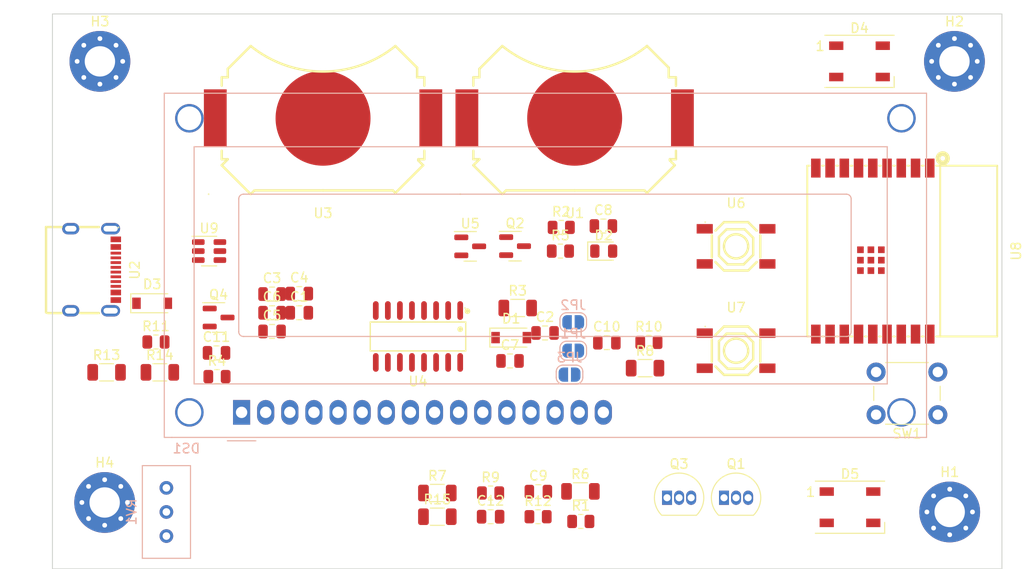
<source format=kicad_pcb>
(kicad_pcb (version 20211014) (generator pcbnew)
  (layers (0 "F.Cu" signal) (31 "B.Cu" signal) (34 "B.Paste" user) (35 "F.Paste" user) (36 "B.SilkS" user "B.Silkscreen") (37 "F.SilkS" user "F.Silkscreen") (38 "B.Mask" user) (39 "F.Mask" user) (44 "Edge.Cuts" user))
  (net 0 "")
  (net 1 "+BATT")
  (net 2 "GND")
  (net 3 "/VBUS")
  (net 4 "+3.3V")
  (net 5 "/D-")
  (net 6 "/D+")
  (net 7 "/GPIO9")
  (net 8 "/CHIP_PU")
  (net 9 "/VUSB")
  (net 10 "/GPIO4")
  (net 11 "Net-(C4-Pad1)")
  (net 12 "Net-(D4-Pad2)")
  (net 13 "Net-(D4-Pad4)")
  (net 15 "Net-(C6-Pad1)")
  (net 16 "Net-(C7-Pad1)")
  (net 21 "Net-(D2-Pad2)")
  (net 22 "Net-(JP3-Pad2)")
  (net 23 "/GPIO5")
  (net 29 "Net-(DS1-Pad11)")
  (net 30 "Net-(DS1-Pad3)")
  (net 31 "Net-(DS1-Pad4)")
  (net 32 "Net-(DS1-Pad6)")
  (net 33 "Net-(DS1-Pad12)")
  (net 34 "Net-(DS1-Pad13)")
  (net 35 "Net-(DS1-Pad14)")
  (net 36 "Net-(DS1-Pad15)")
  (net 37 "Net-(JP1-Pad2)")
  (net 38 "/RTS")
  (net 39 "Net-(Q1-Pad2)")
  (net 40 "/DTR")
  (net 41 "Net-(Q3-Pad2)")
  (net 42 "Net-(Q4-Pad1)")
  (net 43 "Net-(R2-Pad2)")
  (net 44 "Net-(R5-Pad2)")
  (net 45 "Net-(R9-Pad2)")
  (net 46 "/GPIO2")
  (net 47 "/GPIO8")
  (net 48 "Net-(U1-Pad2)")
  (net 53 "Net-(U4-Pad11)")
  (net 57 "/GPIO6")
  (net 58 "/GPIO7")
  (net 59 "/GPIO10")
  (net 60 "/RX")
  (net 61 "/TX")
  (net 62 "/GPIO3")
  (net 63 "/GPIO1")
  (net 64 "/GPIO0")
  (footprint "Package_TO_SOT_SMD:SOT-23" (layer "F.Cu") (at 37.5 52)
    (fp_text reference "Q4" (at 0 -2.4) (layer "F.SilkS"))
    (fp_text value "2N7002")
    (pad "1" smd roundrect (at -0.9375 -0.95) (size 1.475 0.6) (layers "F.Cu" "F.Paste" "F.Mask") (net 42 "Net-(Q4-Pad1)"))
    (pad "2" smd roundrect (at -0.9375 0.95) (size 1.475 0.6) (layers "F.Cu" "F.Paste" "F.Mask") (net 2 "GND"))
    (pad "3" smd roundrect (at 0.9375 0) (size 1.475 0.6) (layers "F.Cu" "F.Paste" "F.Mask") (net 13 "Net-(D4-Pad4)"))
  )
  (footprint "0_JLCPCB_Footprints:USB-C-SMD_TYPE-C-6PIN-2MD-073" (layer "F.Cu") (at 23 47 -90)
    (fp_text reference "U2" (at 0 -5.675006 90) (layer "F.SilkS"))
    (fp_text value "TYPE-C_16PIN_2MD(073)")
    (pad "" np_thru_hole circle locked (at 2.854064 -2.604902 270) (size 0.700025 0.700025) (drill 0.700025) (layers *.Cu *.Mask))
    (pad "" np_thru_hole circle locked (at -2.925972 -2.604902 270) (size 0.700025 0.700025) (drill 0.700025) (layers *.Cu *.Mask))
    (pad "1" smd rect locked (at -3.236106 -3.675006 270) (size 0.6 1.1) (layers "F.Cu" "F.Paste" "F.Mask") (net 2 "GND"))
    (pad "2" smd rect locked (at -2.436005 -3.675006 270) (size 0.6 1.1) (layers "F.Cu" "F.Paste" "F.Mask") (net 9 "/VUSB"))
    (pad "3" smd rect locked (at -1.786017 -3.675006 270) (size 0.3 1.1) (layers "F.Cu" "F.Paste" "F.Mask"))
    (pad "4" smd rect locked (at -1.28589 -3.675006 270) (size 0.3 1.1) (layers "F.Cu" "F.Paste" "F.Mask") (net 43 "Net-(R2-Pad2)"))
    (pad "5" smd rect locked (at -0.786017 -3.675006 270) (size 0.3 1.1) (layers "F.Cu" "F.Paste" "F.Mask") (net 5 "/D-"))
    (pad "6" smd rect locked (at -0.286144 -3.675006 270) (size 0.3 1.1) (layers "F.Cu" "F.Paste" "F.Mask") (net 6 "/D+"))
    (pad "7" smd rect locked (at 0.213983 -3.675006 270) (size 0.3 1.1) (layers "F.Cu" "F.Paste" "F.Mask") (net 5 "/D-"))
    (pad "8" smd rect locked (at 0.713856 -3.675006 270) (size 0.3 1.1) (layers "F.Cu" "F.Paste" "F.Mask") (net 6 "/D+"))
    (pad "9" smd rect locked (at 1.213983 -3.675006 270) (size 0.3 1.1) (layers "F.Cu" "F.Paste" "F.Mask"))
    (pad "10" smd rect locked (at 1.71411 -3.675006 270) (size 0.3 1.1) (layers "F.Cu" "F.Paste" "F.Mask") (net 44 "Net-(R5-Pad2)"))
    (pad "11" smd rect locked (at 2.364097 -3.675006 270) (size 0.6 1.1) (layers "F.Cu" "F.Paste" "F.Mask") (net 9 "/VUSB"))
    (pad "12" smd rect locked (at 3.163945 -3.675006 270) (size 0.6 1.1) (layers "F.Cu" "F.Paste" "F.Mask") (net 2 "GND"))
    (pad "13" thru_hole oval locked (at -4.361074 1.075057 270) (size 1.2 1.8) (drill oval 0.6 1.2) (layers *.Cu *.Mask) (net 11 "Net-(C4-Pad1)"))
    (pad "13" thru_hole oval locked (at -4.361074 -3.125095 270) (size 1.2 2) (drill oval 0.6 1.5) (layers *.Cu *.Mask) (net 11 "Net-(C4-Pad1)"))
    (pad "14" thru_hole oval locked (at 4.288913 -3.125095 270) (size 1.2 2) (drill oval 0.6 1.5) (layers *.Cu *.Mask) (net 11 "Net-(C4-Pad1)"))
    (pad "14" thru_hole oval locked (at 4.288913 1.075057 270) (size 1.2 1.8) (drill oval 0.6 1.2) (layers *.Cu *.Mask) (net 11 "Net-(C4-Pad1)"))
  )
  (footprint "0_JLCPCB_Footprints:BAT-SMD_MY-2032-12" (layer "F.Cu") (at 75 31.1905 180)
    (fp_text reference "U1" (at 0 -9.810516) (layer "F.SilkS"))
    (fp_text value "MY-2032-12")
    (pad "1" smd rect locked (at -11.350013 0.1905 180) (size 2.4 6.1) (layers "F.Cu" "F.Paste" "F.Mask") (net 1 "+BATT"))
    (pad "1" smd rect locked (at 11.350013 0.1905 180) (size 2.4 6.1) (layers "F.Cu" "F.Paste" "F.Mask") (net 1 "+BATT"))
    (pad "2" smd circle locked (at 0 0.1905 180) (size 10.000025 10.000025) (layers "F.Cu" "F.Paste" "F.Mask") (net 48 "Net-(U1-Pad2)"))
  )
  (footprint "Capacitor_SMD:C_0805_2012Metric" (layer "F.Cu") (at 78.39 54.65)
    (fp_text reference "C10" (at 0 -1.68) (layer "F.SilkS"))
    (fp_text value "0.1u")
    (pad "1" smd roundrect (at -0.95 0) (size 1 1.45) (layers "F.Cu" "F.Paste" "F.Mask") (net 8 "/CHIP_PU"))
    (pad "2" smd roundrect (at 0.95 0) (size 1 1.45) (layers "F.Cu" "F.Paste" "F.Mask") (net 2 "GND"))
  )
  (footprint "Capacitor_SMD:C_0805_2012Metric" (layer "F.Cu") (at 43.13 49.53)
    (fp_text reference "C3" (at 0 -1.68) (layer "F.SilkS"))
    (fp_text value "0.1u")
    (pad "1" smd roundrect (at -0.95 0) (size 1 1.45) (layers "F.Cu" "F.Paste" "F.Mask") (net 2 "GND"))
    (pad "2" smd roundrect (at 0.95 0) (size 1 1.45) (layers "F.Cu" "F.Paste" "F.Mask") (net 5 "/D-"))
  )
  (footprint "Package_TO_SOT_SMD:SOT-23" (layer "F.Cu") (at 64 44.5)
    (fp_text reference "U5" (at 0 -2.4) (layer "F.SilkS"))
    (fp_text value "XC6206P332MR")
    (pad "1" smd roundrect (at -0.9375 -0.95) (size 1.475 0.6) (layers "F.Cu" "F.Paste" "F.Mask") (net 2 "GND"))
    (pad "2" smd roundrect (at -0.9375 0.95) (size 1.475 0.6) (layers "F.Cu" "F.Paste" "F.Mask") (net 4 "+3.3V"))
    (pad "3" smd roundrect (at 0.9375 0) (size 1.475 0.6) (layers "F.Cu" "F.Paste" "F.Mask") (net 15 "Net-(C6-Pad1)"))
  )
  (footprint "Resistor_SMD:R_0805_2012Metric" (layer "F.Cu") (at 73.5875 42.5)
    (fp_text reference "R2" (at 0 -1.65) (layer "F.SilkS"))
    (fp_text value "5.1k")
    (pad "1" smd roundrect (at -0.9125 0) (size 1.025 1.4) (layers "F.Cu" "F.Paste" "F.Mask") (roundrect_rratio 0.243902439) (net 2 "GND"))
    (pad "2" smd roundrect (at 0.9125 0) (size 1.025 1.4) (layers "F.Cu" "F.Paste" "F.Mask") (roundrect_rratio 0.243902439) (net 43 "Net-(R2-Pad2)"))
  )
  (footprint "MountingHole:MountingHole_3.2mm_M3_Pad_Via" (layer "F.Cu") (at 25 25)
    (fp_text reference "H3" (at 0 -4.2) (layer "F.SilkS"))
    (fp_text value "MountingHole_Pad")
    (pad "1" thru_hole circle (at 0 -2.4) (size 0.8 0.8) (drill 0.5) (layers *.Cu *.Mask) (net 2 "GND"))
    (pad "1" thru_hole circle (at 1.697056 -1.697056) (size 0.8 0.8) (drill 0.5) (layers *.Cu *.Mask) (net 2 "GND"))
    (pad "1" thru_hole circle (at 0 0) (size 6.4 6.4) (drill 3.2) (layers *.Cu *.Mask) (net 2 "GND"))
    (pad "1" thru_hole circle (at -1.697056 -1.697056) (size 0.8 0.8) (drill 0.5) (layers *.Cu *.Mask) (net 2 "GND"))
    (pad "1" thru_hole circle (at 2.4 0) (size 0.8 0.8) (drill 0.5) (layers *.Cu *.Mask) (net 2 "GND"))
    (pad "1" thru_hole circle (at -2.4 0) (size 0.8 0.8) (drill 0.5) (layers *.Cu *.Mask) (net 2 "GND"))
    (pad "1" thru_hole circle (at -1.697056 1.697056) (size 0.8 0.8) (drill 0.5) (layers *.Cu *.Mask) (net 2 "GND"))
    (pad "1" thru_hole circle (at 1.697056 1.697056) (size 0.8 0.8) (drill 0.5) (layers *.Cu *.Mask) (net 2 "GND"))
    (pad "1" thru_hole circle (at 0 2.4) (size 0.8 0.8) (drill 0.5) (layers *.Cu *.Mask) (net 2 "GND"))
  )
  (footprint "Resistor_SMD:R_0805_2012Metric" (layer "F.Cu") (at 37.33 58.23)
    (fp_text reference "R4" (at 0 -1.65) (layer "F.SilkS"))
    (fp_text value "220R")
    (pad "1" smd roundrect (at -0.9125 0) (size 1.025 1.4) (layers "F.Cu" "F.Paste" "F.Mask") (roundrect_rratio 0.243902439) (net 3 "/VBUS"))
    (pad "2" smd roundrect (at 0.9125 0) (size 1.025 1.4) (layers "F.Cu" "F.Paste" "F.Mask") (roundrect_rratio 0.243902439) (net 36 "Net-(DS1-Pad15)"))
  )
  (footprint "Capacitor_SMD:C_0805_2012Metric" (layer "F.Cu") (at 71.88 53.63)
    (fp_text reference "C2" (at 0 -1.68) (layer "F.SilkS"))
    (fp_text value "0.1u")
    (pad "1" smd roundrect (at -0.95 0) (size 1 1.45) (layers "F.Cu" "F.Paste" "F.Mask") (net 2 "GND"))
    (pad "2" smd roundrect (at 0.95 0) (size 1 1.45) (layers "F.Cu" "F.Paste" "F.Mask") (net 6 "/D+"))
  )
  (footprint "0_JLCPCB_Footprints:SOIC-16_L9.9-W3.9-P1.27-LS6.0-BL" (layer "F.Cu") (at 58.5 54 180)
    (fp_text reference "U4" (at 0 -4.735585 180) (layer "F.SilkS"))
    (fp_text value "74HC595")
    (pad "1" smd oval locked (at -4.445009 2.735585 180) (size 0.602007 1.970993) (layers "F.Cu" "F.Paste" "F.Mask") (net 31 "Net-(DS1-Pad4)"))
    (pad "2" smd oval locked (at -3.175006 2.735585 180) (size 0.602007 1.970993) (layers "F.Cu" "F.Paste" "F.Mask"))
    (pad "3" smd oval locked (at -1.905004 2.735585 180) (size 0.602007 1.970993) (layers "F.Cu" "F.Paste" "F.Mask") (net 32 "Net-(DS1-Pad6)"))
    (pad "4" smd oval locked (at -0.635001 2.735585 180) (size 0.602007 1.970993) (layers "F.Cu" "F.Paste" "F.Mask") (net 29 "Net-(DS1-Pad11)"))
    (pad "5" smd oval locked (at 0.635001 2.735585 180) (size 0.602007 1.970993) (layers "F.Cu" "F.Paste" "F.Mask") (net 33 "Net-(DS1-Pad12)"))
    (pad "6" smd oval locked (at 1.905004 2.735585 180) (size 0.602007 1.970993) (layers "F.Cu" "F.Paste" "F.Mask") (net 34 "Net-(DS1-Pad13)"))
    (pad "7" smd oval locked (at 3.175006 2.735585 180) (size 0.602007 1.970993) (layers "F.Cu" "F.Paste" "F.Mask") (net 35 "Net-(DS1-Pad14)"))
    (pad "8" smd oval locked (at 4.445009 2.735585 180) (size 0.602007 1.970993) (layers "F.Cu" "F.Paste" "F.Mask") (net 2 "GND"))
    (pad "9" smd oval locked (at 4.445009 -2.735585 180) (size 0.602007 1.970993) (layers "F.Cu" "F.Paste" "F.Mask"))
    (pad "10" smd oval locked (at 3.175006 -2.735585 180) (size 0.602007 1.970993) (layers "F.Cu" "F.Paste" "F.Mask") (net 2 "GND"))
    (pad "11" smd oval locked (at 1.905004 -2.735585 180) (size 0.602007 1.970993) (layers "F.Cu" "F.Paste" "F.Mask") (net 53 "Net-(U4-Pad11)"))
    (pad "12" smd oval locked (at 0.635001 -2.735585 180) (size 0.602007 1.970993) (layers "F.Cu" "F.Paste" "F.Mask") (net 53 "Net-(U4-Pad11)"))
    (pad "13" smd oval locked (at -0.635001 -2.735585 180) (size 0.602007 1.970993) (layers "F.Cu" "F.Paste" "F.Mask") (net 2 "GND"))
    (pad "14" smd oval locked (at -1.905004 -2.735585 180) (size 0.602007 1.970993) (layers "F.Cu" "F.Paste" "F.Mask"))
    (pad "15" smd oval locked (at -3.175006 -2.735585 180) (size 0.602007 1.970993) (layers "F.Cu" "F.Paste" "F.Mask"))
    (pad "16" smd oval locked (at -4.445009 -2.735585 180) (size 0.602007 1.970993) (layers "F.Cu" "F.Paste" "F.Mask") (net 3 "/VBUS"))
  )
  (footprint "Resistor_SMD:R_1206_3216Metric" (layer "F.Cu") (at 82.4125 57.34)
    (fp_text reference "R8" (at 0 -1.82) (layer "F.SilkS"))
    (fp_text value "10k")
    (pad "1" smd roundrect (at -1.4625 0) (size 1.125 1.75) (layers "F.Cu" "F.Paste" "F.Mask") (roundrect_rratio 0.2222222222) (net 41 "Net-(Q3-Pad2)"))
    (pad "2" smd roundrect (at 1.4625 0) (size 1.125 1.75) (layers "F.Cu" "F.Paste" "F.Mask") (roundrect_rratio 0.2222222222) (net 38 "/RTS"))
  )
  (footprint "Package_TO_SOT_SMD:SOT-23-6" (layer "F.Cu") (at 36.5 45)
    (fp_text reference "U9" (at 0 -2.4) (layer "F.SilkS"))
    (fp_text value "SRV05-4-P-T7")
    (pad "1" smd roundrect (at -1.1375 -0.95) (size 1.325 0.6) (layers "F.Cu" "F.Paste" "F.Mask") (net 6 "/D+"))
    (pad "2" smd roundrect (at -1.1375 0) (size 1.325 0.6) (layers "F.Cu" "F.Paste" "F.Mask") (net 2 "GND"))
    (pad "3" smd roundrect (at -1.1375 0.95) (size 1.325 0.6) (layers "F.Cu" "F.Paste" "F.Mask") (net 5 "/D-"))
    (pad "4" smd roundrect (at 1.1375 0.95) (size 1.325 0.6) (layers "F.Cu" "F.Paste" "F.Mask"))
    (pad "5" smd roundrect (at 1.1375 0) (size 1.325 0.6) (layers "F.Cu" "F.Paste" "F.Mask") (net 9 "/VUSB"))
    (pad "6" smd roundrect (at 1.1375 -0.95) (size 1.325 0.6) (layers "F.Cu" "F.Paste" "F.Mask"))
  )
  (footprint "Package_TO_SOT_SMD:SOT-23" (layer "F.Cu") (at 68.7225 44.48)
    (fp_text reference "Q2" (at 0 -2.4) (layer "F.SilkS"))
    (fp_text value "AO3401A")
    (pad "1" smd roundrect (at -0.9375 -0.95) (size 1.475 0.6) (layers "F.Cu" "F.Paste" "F.Mask") (net 16 "Net-(C7-Pad1)"))
    (pad "2" smd roundrect (at -0.9375 0.95) (size 1.475 0.6) (layers "F.Cu" "F.Paste" "F.Mask") (net 3 "/VBUS"))
    (pad "3" smd roundrect (at 0.9375 0) (size 1.475 0.6) (layers "F.Cu" "F.Paste" "F.Mask") (net 15 "Net-(C6-Pad1)"))
  )
  (footprint "Capacitor_SMD:C_0805_2012Metric" (layer "F.Cu") (at 68.19 56.58)
    (fp_text reference "C7" (at 0 -1.68) (layer "F.SilkS"))
    (fp_text value "1u")
    (pad "1" smd roundrect (at -0.95 0) (size 1 1.45) (layers "F.Cu" "F.Paste" "F.Mask") (net 16 "Net-(C7-Pad1)"))
    (pad "2" smd roundrect (at 0.95 0) (size 1 1.45) (layers "F.Cu" "F.Paste" "F.Mask") (net 2 "GND"))
  )
  (footprint "Resistor_SMD:R_0805_2012Metric" (layer "F.Cu") (at 71.1475 73)
    (fp_text reference "R12" (at 0 -1.65) (layer "F.SilkS"))
    (fp_text value "5.1k")
    (pad "1" smd roundrect (at -0.9125 0) (size 1.025 1.4) (layers "F.Cu" "F.Paste" "F.Mask") (roundrect_rratio 0.243902439) (net 3 "/VBUS"))
    (pad "2" smd roundrect (at 0.9125 0) (size 1.025 1.4) (layers "F.Cu" "F.Paste" "F.Mask") (roundrect_rratio 0.243902439) (net 13 "Net-(D4-Pad4)"))
  )
  (footprint "0_JLCPCB_Footprints:BULETM-SMD_ESPRESSIF_ESP32-C3-WROOM-02-N4-4MB" (layer "F.Cu") (at 109.5 45 -90)
    (fp_text reference "U8" (at 0 -12.000025 90) (layer "F.SilkS"))
    (fp_text value "ESP32-C3-WROOM-02-N4(4MB)")
    (pad "1" smd rect locked (at -8.750064 -2.899898 270) (size 2 1) (layers "F.Cu" "F.Paste" "F.Mask") (net 4 "+3.3V"))
    (pad "2" smd rect locked (at -8.750064 -1.400025 270) (size 2 1) (layers "F.Cu" "F.Paste" "F.Mask") (net 8 "/CHIP_PU"))
    (pad "3" smd rect locked (at -8.750064 0.100102 270) (size 2 1) (layers "F.Cu" "F.Paste" "F.Mask") (net 10 "/GPIO4"))
    (pad "4" smd rect locked (at -8.750064 1.599975 270) (size 2 1) (layers "F.Cu" "F.Paste" "F.Mask") (net 23 "/GPIO5"))
    (pad "5" smd rect locked (at -8.750064 3.100102 270) (size 2 1) (layers "F.Cu" "F.Paste" "F.Mask") (net 57 "/GPIO6"))
    (pad "6" smd rect locked (at -8.750064 4.599975 270) (size 2 1) (layers "F.Cu" "F.Paste" "F.Mask") (net 58 "/GPIO7"))
    (pad "7" smd rect locked (at -8.750064 6.100102 270) (size 2 1) (layers "F.Cu" "F.Paste" "F.Mask") (net 47 "/GPIO8"))
    (pad "8" smd rect locked (at -8.750064 7.599975 270) (size 2 1) (layers "F.Cu" "F.Paste" "F.Mask") (net 7 "/GPIO9"))
    (pad "9" smd rect locked (at -8.750064 9.100102 270) (size 2 1) (layers "F.Cu" "F.Paste" "F.Mask") (net 2 "GND"))
    (pad "10" smd rect locked (at 8.750064 9.100102 270) (size 2 1) (layers "F.Cu" "F.Paste" "F.Mask") (net 59 "/GPIO10"))
    (pad "11" smd rect locked (at 8.750064 7.599975 270) (size 2 1) (layers "F.Cu" "F.Paste" "F.Mask") (net 60 "/RX"))
    (pad "12" smd rect locked (at 8.750064 6.100102 270) (size 2 1) (layers "F.Cu" "F.Paste" "F.Mask") (net 61 "/TX"))
    (pad "13" smd rect locked (at 8.750064 4.599975 270) (size 2 1) (layers "F.Cu" "F.Paste" "F.Mask") (net 5 "/D-"))
    (pad "14" smd rect locked (at 8.750064 3.100102 270) (size 2 1) (layers "F.Cu" "F.Paste" "F.Mask") (net 6 "/D+"))
    (pad "15" smd rect locked (at 8.750064 1.599975 270) (size 2 1) (layers "F.Cu" "F.Paste" "F.Mask") (net 62 "/GPIO3"))
    (pad "16" smd rect locked (at 8.750064 0.100102 270) (size 2 1) (layers "F.Cu" "F.Paste" "F.Mask") (net 46 "/GPIO2"))
    (pad "17" smd rect locked (at 8.750064 -1.400025 270) (size 2 1) (layers "F.Cu" "F.Paste" "F.Mask") (net 63 "/GPIO1"))
    (pad "18" smd rect locked (at 8.750064 -2.899898 270) (size 2 1) (layers "F.Cu" "F.Paste" "F.Mask") (net 64 "/GPIO0"))
    (pad "19" smd rect locked (at 0.959868 4.400076 270) (size 0.7 0.7) (layers "F.Cu" "F.Paste" "F.Mask") (net 2 "GND"))
    (pad "19" smd rect locked (at 2.059944 4.400076 270) (size 0.7 0.7) (layers "F.Cu" "F.Paste" "F.Mask") (net 2 "GND"))
    (pad "19" smd rect locked (at -0.139954 4.400076 270) (size 0.7 0.7) (layers "F.Cu" "F.Paste" "F.Mask") (net 2 "GND"))
    (pad "19" smd rect locked (at -0.139954 3.3 270) (size 0.7 0.7) (layers "F.Cu" "F.Paste" "F.Mask") (net 2 "GND"))
    (pad "19" smd rect locked (at 2.059944 2.199924 270) (size 0.7 0.7) (layers "F.Cu" "F.Paste" "F.Mask") (net 2 "GND"))
    (pad "19" smd rect locked (at 0.959868 2.199924 270) (size 0.7 0.7) (layers "F.Cu" "F.Paste" "F.Mask") (net 2 "GND"))
    (pad "19" smd rect locked (at 2.059944 3.3 270) (size 0.7 0.7) (layers "F.Cu" "F.Paste" "F.Mask") (net 2 "GND"))
    (pad "19" smd rect locked (at -0.139954 2.199924 270) (size 0.7 0.7) (layers "F.Cu" "F.Paste" "F.Mask") (net 2 "GND"))
    (pad "19" smd rect locked (at 0.959868 3.3 270) (size 0.7 0.7) (layers "F.Cu" "F.Paste" "F.Mask") (net 2 "GND"))
  )
  (footprint "Button_Switch_THT:SW_PUSH_6mm" (layer "F.Cu") (at 113.25 62.25 180)
    (fp_text reference "SW1" (at 3.25 -2) (layer "F.SilkS"))
    (fp_text value "SW_Push")
    (pad "1" thru_hole circle (at 0 0 270) (size 2 2) (drill 1.1) (layers *.Cu *.Mask) (net 2 "GND"))
    (pad "1" thru_hole circle (at 6.5 0 270) (size 2 2) (drill 1.1) (layers *.Cu *.Mask) (net 2 "GND"))
    (pad "2" thru_hole circle (at 0 4.5 270) (size 2 2) (drill 1.1) (layers *.Cu *.Mask) (net 45 "Net-(R9-Pad2)"))
    (pad "2" thru_hole circle (at 6.5 4.5 270) (size 2 2) (drill 1.1) (layers *.Cu *.Mask) (net 45 "Net-(R9-Pad2)"))
  )
  (footprint "Diode_SMD:D_SOD-123" (layer "F.Cu") (at 68.32 54.12)
    (fp_text reference "D1" (at 0 -2) (layer "F.SilkS"))
    (fp_text value "B5819W")
    (pad "1" smd rect (at -1.65 0) (size 0.9 1.2) (layers "F.Cu" "F.Paste" "F.Mask") (net 3 "/VBUS"))
    (pad "2" smd rect (at 1.65 0) (size 0.9 1.2) (layers "F.Cu" "F.Paste" "F.Mask") (net 1 "+BATT"))
  )
  (footprint "Package_TO_SOT_THT:TO-92_Inline" (layer "F.Cu") (at 90.73 71)
    (fp_text reference "Q1" (at 1.27 -3.56) (layer "F.SilkS"))
    (fp_text value "S8050")
    (pad "1" thru_hole rect (at 0 0) (size 1.05 1.5) (drill 0.75) (layers *.Cu *.Mask) (net 38 "/RTS"))
    (pad "2" thru_hole oval (at 1.27 0) (size 1.05 1.5) (drill 0.75) (layers *.Cu *.Mask) (net 39 "Net-(Q1-Pad2)"))
    (pad "3" thru_hole oval (at 2.54 0) (size 1.05 1.5) (drill 0.75) (layers *.Cu *.Mask) (net 8 "/CHIP_PU"))
  )
  (footprint "Capacitor_SMD:C_0805_2012Metric" (layer "F.Cu") (at 46 49.48)
    (fp_text reference "C4" (at 0 -1.68) (layer "F.SilkS"))
    (fp_text value "4.7n")
    (pad "1" smd roundrect (at -0.95 0) (size 1 1.45) (layers "F.Cu" "F.Paste" "F.Mask") (net 11 "Net-(C4-Pad1)"))
    (pad "2" smd roundrect (at 0.95 0) (size 1 1.45) (layers "F.Cu" "F.Paste" "F.Mask") (net 2 "GND"))
  )
  (footprint "Package_TO_SOT_THT:TO-92_Inline" (layer "F.Cu") (at 84.73 71)
    (fp_text reference "Q3" (at 1.27 -3.56) (layer "F.SilkS"))
    (fp_text value "S8050")
    (pad "1" thru_hole rect (at 0 0) (size 1.05 1.5) (drill 0.75) (layers *.Cu *.Mask) (net 40 "/DTR"))
    (pad "2" thru_hole oval (at 1.27 0) (size 1.05 1.5) (drill 0.75) (layers *.Cu *.Mask) (net 41 "Net-(Q3-Pad2)"))
    (pad "3" thru_hole oval (at 2.54 0) (size 1.05 1.5) (drill 0.75) (layers *.Cu *.Mask) (net 7 "/GPIO9"))
  )
  (footprint "Capacitor_SMD:C_0805_2012Metric" (layer "F.Cu") (at 43.13 53.47)
    (fp_text reference "C5" (at 0 -1.68) (layer "F.SilkS"))
    (fp_text value "0.1u")
    (pad "1" smd roundrect (at -0.95 0) (size 1 1.45) (layers "F.Cu" "F.Paste" "F.Mask") (net 3 "/VBUS"))
    (pad "2" smd roundrect (at 0.95 0) (size 1 1.45) (layers "F.Cu" "F.Paste" "F.Mask") (net 2 "GND"))
  )
  (footprint "Capacitor_SMD:C_0805_2012Metric" (layer "F.Cu") (at 43.13 51.5)
    (fp_text reference "C6" (at 0 -1.68) (layer "F.SilkS"))
    (fp_text value "1u")
    (pad "1" smd roundrect (at -0.95 0) (size 1 1.45) (layers "F.Cu" "F.Paste" "F.Mask") (net 15 "Net-(C6-Pad1)"))
    (pad "2" smd roundrect (at 0.95 0) (size 1 1.45) (layers "F.Cu" "F.Paste" "F.Mask") (net 2 "GND"))
  )
  (footprint "MountingHole:MountingHole_3.2mm_M3_Pad_Via" (layer "F.Cu") (at 114.5 72.5)
    (fp_text reference "H1" (at 0 -4.2) (layer "F.SilkS"))
    (fp_text value "MountingHole_Pad")
    (pad "1" thru_hole circle (at -2.4 0) (size 0.8 0.8) (drill 0.5) (layers *.Cu *.Mask) (net 2 "GND"))
    (pad "1" thru_hole circle (at 2.4 0) (size 0.8 0.8) (drill 0.5) (layers *.Cu *.Mask) (net 2 "GND"))
    (pad "1" thru_hole circle (at 0 -2.4) (size 0.8 0.8) (drill 0.5) (layers *.Cu *.Mask) (net 2 "GND"))
    (pad "1" thru_hole circle (at 1.697056 1.697056) (size 0.8 0.8) (drill 0.5) (layers *.Cu *.Mask) (net 2 "GND"))
    (pad "1" thru_hole circle (at 1.697056 -1.697056) (size 0.8 0.8) (drill 0.5) (layers *.Cu *.Mask) (net 2 "GND"))
    (pad "1" thru_hole circle (at -1.697056 1.697056) (size 0.8 0.8) (drill 0.5) (layers *.Cu *.Mask) (net 2 "GND"))
    (pad "1" thru_hole circle (at -1.697056 -1.697056) (size 0.8 0.8) (drill 0.5) (layers *.Cu *.Mask) (net 2 "GND"))
    (pad "1" thru_hole circle (at 0 0) (size 6.4 6.4) (drill 3.2) (layers *.Cu *.Mask) (net 2 "GND"))
    (pad "1" thru_hole circle (at 0 2.4) (size 0.8 0.8) (drill 0.5) (layers *.Cu *.Mask) (net 2 "GND"))
  )
  (footprint "Diode_SMD:D_SOD-123" (layer "F.Cu") (at 30.5 50.5)
    (fp_text reference "D3" (at 0 -2) (layer "F.SilkS"))
    (fp_text value "B5819W")
    (pad "1" smd rect (at -1.65 0) (size 0.9 1.2) (layers "F.Cu" "F.Paste" "F.Mask") (net 3 "/VBUS"))
    (pad "2" smd rect (at 1.65 0) (size 0.9 1.2) (layers "F.Cu" "F.Paste" "F.Mask") (net 9 "/VUSB"))
  )
  (footprint "LED_SMD:LED_0805_2012Metric" (layer "F.Cu") (at 78.0625 45)
    (fp_text reference "D2" (at 0 -1.65) (layer "F.SilkS"))
    (fp_text value "LED")
    (pad "1" smd roundrect (at -0.9375 0) (size 0.975 1.4) (layers "F.Cu" "F.Paste" "F.Mask") (net 2 "GND"))
    (pad "2" smd roundrect (at 0.9375 0) (size 0.975 1.4) (layers "F.Cu" "F.Paste" "F.Mask") (net 21 "Net-(D2-Pad2)"))
  )
  (footprint "Resistor_SMD:R_0805_2012Metric" (layer "F.Cu") (at 82.82 54.62)
    (fp_text reference "R10" (at 0 -1.65) (layer "F.SilkS"))
    (fp_text value "1k")
    (pad "1" smd roundrect (at -0.9125 0) (size 1.025 1.4) (layers "F.Cu" "F.Paste" "F.Mask") (roundrect_rratio 0.243902439) (net 16 "Net-(C7-Pad1)"))
    (pad "2" smd roundrect (at 0.9125 0) (size 1.025 1.4) (layers "F.Cu" "F.Paste" "F.Mask") (roundrect_rratio 0.243902439) (net 22 "Net-(JP3-Pad2)"))
  )
  (footprint "0_JLCPCB_Footprints:SW-SMD_4P-L5.1-W5.1-P3.70-LS6.5-TL-2" (layer "F.Cu") (at 92 55.5)
    (fp_text reference "U7" (at 0 -4.550165) (layer "F.SilkS"))
    (fp_text value "TS-1187A-B-A-B")
    (pad "1" smd rect locked (at -3.299975 -1.850191) (size 1.7 1) (layers "F.Cu" "F.Paste" "F.Mask") (net 8 "/CHIP_PU"))
    (pad "2" smd rect locked (at 3.299975 -1.850216) (size 1.7 1) (layers "F.Cu" "F.Paste" "F.Mask"))
    (pad "3" smd rect locked (at -3.299975 1.850216) (size 1.7 1) (layers "F.Cu" "F.Paste" "F.Mask"))
    (pad "4" smd rect locked (at 3.299975 1.850191) (size 1.7 1) (layers "F.Cu" "F.Paste" "F.Mask") (net 2 "GND"))
  )
  (footprint "Resistor_SMD:R_1206_3216Metric" (layer "F.Cu") (at 25.7025 57.78)
    (fp_text reference "R13" (at 0 -1.82) (layer "F.SilkS"))
    (fp_text value "10k")
    (pad "1" smd roundrect (at -1.4625 0) (size 1.125 1.75) (layers "F.Cu" "F.Paste" "F.Mask") (roundrect_rratio 0.2222222222) (net 8 "/CHIP_PU"))
    (pad "2" smd roundrect (at 1.4625 0) (size 1.125 1.75) (layers "F.Cu" "F.Paste" "F.Mask") (roundrect_rratio 0.2222222222) (net 4 "+3.3V"))
  )
  (footprint "LED_SMD:LED_WS2812B_PLCC4_5.0x5.0mm_P3.2mm" (layer "F.Cu") (at 104 72)
    (fp_text reference "D5" (at 0 -3.5) (layer "F.SilkS"))
    (fp_text value "WS2812B")
    (fp_text user "1" (at -4.15 -1.6) (layer "F.SilkS"))
    (pad "1" smd rect (at -2.45 -1.65) (size 1.5 0.9) (layers "F.Cu" "F.Paste" "F.Mask") (net 3 "/VBUS"))
    (pad "2" smd rect (at -2.45 1.65) (size 1.5 0.9) (layers "F.Cu" "F.Paste" "F.Mask"))
    (pad "3" smd rect (at 2.45 1.65) (size 1.5 0.9) (layers "F.Cu" "F.Paste" "F.Mask") (net 2 "GND"))
    (pad "4" smd rect (at 2.45 -1.65) (size 1.5 0.9) (layers "F.Cu" "F.Paste" "F.Mask") (net 12 "Net-(D4-Pad2)"))
  )
  (footprint "Resistor_SMD:R_0805_2012Metric" (layer "F.Cu") (at 73.5 45)
    (fp_text reference "R5" (at 0 -1.65) (layer "F.SilkS"))
    (fp_text value "5.1k")
    (pad "1" smd roundrect (at -0.9125 0) (size 1.025 1.4) (layers "F.Cu" "F.Paste" "F.Mask") (roundrect_rratio 0.243902439) (net 2 "GND"))
    (pad "2" smd roundrect (at 0.9125 0) (size 1.025 1.4) (layers "F.Cu" "F.Paste" "F.Mask") (roundrect_rratio 0.243902439) (net 44 "Net-(R5-Pad2)"))
  )
  (footprint "LED_SMD:LED_WS2812B_PLCC4_5.0x5.0mm_P3.2mm" (layer "F.Cu") (at 105 25)
    (fp_text reference "D4" (at 0 -3.5) (layer "F.SilkS"))
    (fp_text value "WS2812B")
    (fp_text user "1" (at -4.15 -1.6) (layer "F.SilkS"))
    (pad "1" smd rect (at -2.45 -1.65) (size 1.5 0.9) (layers "F.Cu" "F.Paste" "F.Mask") (net 3 "/VBUS"))
    (pad "2" smd rect (at -2.45 1.65) (size 1.5 0.9) (layers "F.Cu" "F.Paste" "F.Mask") (net 12 "Net-(D4-Pad2)"))
    (pad "3" smd rect (at 2.45 1.65) (size 1.5 0.9) (layers "F.Cu" "F.Paste" "F.Mask") (net 2 "GND"))
    (pad "4" smd rect (at 2.45 -1.65) (size 1.5 0.9) (layers "F.Cu" "F.Paste" "F.Mask") (net 13 "Net-(D4-Pad4)"))
  )
  (footprint "Capacitor_SMD:C_0805_2012Metric" (layer "F.Cu") (at 66.1475 73)
    (fp_text reference "C12" (at 0 -1.68) (layer "F.SilkS"))
    (fp_text value "0.1u")
    (pad "1" smd roundrect (at -0.95 0) (size 1 1.45) (layers "F.Cu" "F.Paste" "F.Mask") (net 4 "+3.3V"))
    (pad "2" smd roundrect (at 0.95 0) (size 1 1.45) (layers "F.Cu" "F.Paste" "F.Mask") (net 2 "GND"))
  )
  (footprint "Resistor_SMD:R_0805_2012Metric" (layer "F.Cu") (at 66.1475 70.5)
    (fp_text reference "R9" (at 0 -1.65) (layer "F.SilkS"))
    (fp_text value "1k")
    (pad "1" smd roundrect (at -0.9125 0) (size 1.025 1.4) (layers "F.Cu" "F.Paste" "F.Mask") (roundrect_rratio 0.243902439) (net 16 "Net-(C7-Pad1)"))
    (pad "2" smd roundrect (at 0.9125 0) (size 1.025 1.4) (layers "F.Cu" "F.Paste" "F.Mask") (roundrect_rratio 0.243902439) (net 45 "Net-(R9-Pad2)"))
  )
  (footprint "Capacitor_SMD:C_0805_2012Metric" (layer "F.Cu") (at 78.025 42.36)
    (fp_text reference "C8" (at 0 -1.68) (layer "F.SilkS"))
    (fp_text value "1u")
    (pad "1" smd roundrect (at -0.95 0) (size 1 1.45) (layers "F.Cu" "F.Paste" "F.Mask") (net 4 "+3.3V"))
    (pad "2" smd roundrect (at 0.95 0) (size 1 1.45) (layers "F.Cu" "F.Paste" "F.Mask") (net 2 "GND"))
  )
  (footprint "Resistor_SMD:R_1206_3216Metric" (layer "F.Cu") (at 31.3125 57.78)
    (fp_text reference "R14" (at 0 -1.82) (layer "F.SilkS"))
    (fp_text value "10k")
    (pad "1" smd roundrect (at -1.4625 0) (size 1.125 1.75) (layers "F.Cu" "F.Paste" "F.Mask") (roundrect_rratio 0.2222222222) (net 46 "/GPIO2"))
    (pad "2" smd roundrect (at 1.4625 0) (size 1.125 1.75) (layers "F.Cu" "F.Paste" "F.Mask") (roundrect_rratio 0.2222222222) (net 4 "+3.3V"))
  )
  (footprint "Resistor_SMD:R_0805_2012Metric" (layer "F.Cu") (at 75.6475 73.5)
    (fp_text reference "R1" (at 0 -1.65) (layer "F.SilkS"))
    (fp_text value "1k")
    (pad "1" smd roundrect (at -0.9125 0) (size 1.025 1.4) (layers "F.Cu" "F.Paste" "F.Mask") (roundrect_rratio 0.243902439) (net 37 "Net-(JP1-Pad2)"))
    (pad "2" smd roundrect (at 0.9125 0) (size 1.025 1.4) (layers "F.Cu" "F.Paste" "F.Mask") (roundrect_rratio 0.243902439) (net 4 "+3.3V"))
  )
  (footprint "Resistor_SMD:R_1206_3216Metric" (layer "F.Cu") (at 75.6075 70.33)
    (fp_text reference "R6" (at 0 -1.82) (layer "F.SilkS"))
    (fp_text value "10k")
    (pad "1" smd roundrect (at -1.4625 0) (size 1.125 1.75) (layers "F.Cu" "F.Paste" "F.Mask") (roundrect_rratio 0.2222222222) (net 39 "Net-(Q1-Pad2)"))
    (pad "2" smd roundrect (at 1.4625 0) (size 1.125 1.75) (layers "F.Cu" "F.Paste" "F.Mask") (roundrect_rratio 0.2222222222) (net 40 "/DTR"))
  )
  (footprint "MountingHole:MountingHole_3.2mm_M3_Pad_Via" (layer "F.Cu") (at 115 25)
    (fp_text reference "H2" (at 0 -4.2) (layer "F.SilkS"))
    (fp_text value "MountingHole_Pad")
    (pad "1" thru_hole circle (at 0 0) (size 6.4 6.4) (drill 3.2) (layers *.Cu *.Mask) (net 2 "GND"))
    (pad "1" thru_hole circle (at 1.697056 -1.697056) (size 0.8 0.8) (drill 0.5) (layers *.Cu *.Mask) (net 2 "GND"))
    (pad "1" thru_hole circle (at -2.4 0) (size 0.8 0.8) (drill 0.5) (layers *.Cu *.Mask) (net 2 "GND"))
    (pad "1" thru_hole circle (at 2.4 0) (size 0.8 0.8) (drill 0.5) (layers *.Cu *.Mask) (net 2 "GND"))
    (pad "1" thru_hole circle (at -1.697056 -1.697056) (size 0.8 0.8) (drill 0.5) (layers *.Cu *.Mask) (net 2 "GND"))
    (pad "1" thru_hole circle (at -1.697056 1.697056) (size 0.8 0.8) (drill 0.5) (layers *.Cu *.Mask) (net 2 "GND"))
    (pad "1" thru_hole circle (at 0 -2.4) (size 0.8 0.8) (drill 0.5) (layers *.Cu *.Mask) (net 2 "GND"))
    (pad "1" thru_hole circle (at 0 2.4) (size 0.8 0.8) (drill 0.5) (layers *.Cu *.Mask) (net 2 "GND"))
    (pad "1" thru_hole circle (at 1.697056 1.697056) (size 0.8 0.8) (drill 0.5) (layers *.Cu *.Mask) (net 2 "GND"))
  )
  (footprint "MountingHole:MountingHole_3.2mm_M3_Pad_Via" (layer "F.Cu") (at 25.5 71.5)
    (fp_text reference "H4" (at 0 -4.2) (layer "F.SilkS"))
    (fp_text value "MountingHole_Pad")
    (pad "1" thru_hole circle (at 1.697056 -1.697056) (size 0.8 0.8) (drill 0.5) (layers *.Cu *.Mask) (net 2 "GND"))
    (pad "1" thru_hole circle (at 2.4 0) (size 0.8 0.8) (drill 0.5) (layers *.Cu *.Mask) (net 2 "GND"))
    (pad "1" thru_hole circle (at 0 0) (size 6.4 6.4) (drill 3.2) (layers *.Cu *.Mask) (net 2 "GND"))
    (pad "1" thru_hole circle (at 0 2.4) (size 0.8 0.8) (drill 0.5) (layers *.Cu *.Mask) (net 2 "GND"))
    (pad "1" thru_hole circle (at -2.4 0) (size 0.8 0.8) (drill 0.5) (layers *.Cu *.Mask) (net 2 "GND"))
    (pad "1" thru_hole circle (at -1.697056 1.697056) (size 0.8 0.8) (drill 0.5) (layers *.Cu *.Mask) (net 2 "GND"))
    (pad "1" thru_hole circle (at 0 -2.4) (size 0.8 0.8) (drill 0.5) (layers *.Cu *.Mask) (net 2 "GND"))
    (pad "1" thru_hole circle (at 1.697056 1.697056) (size 0.8 0.8) (drill 0.5) (layers *.Cu *.Mask) (net 2 "GND"))
    (pad "1" thru_hole circle (at -1.697056 -1.697056) (size 0.8 0.8) (drill 0.5) (layers *.Cu *.Mask) (net 2 "GND"))
  )
  (footprint "Resistor_SMD:R_1206_3216Metric" (layer "F.Cu") (at 60.5375 73)
    (fp_text reference "R15" (at 0 -1.82) (layer "F.SilkS"))
    (fp_text value "10k")
    (pad "1" smd roundrect (at -1.4625 0) (size 1.125 1.75) (layers "F.Cu" "F.Paste" "F.Mask") (roundrect_rratio 0.2222222222) (net 47 "/GPIO8"))
    (pad "2" smd roundrect (at 1.4625 0) (size 1.125 1.75) (layers "F.Cu" "F.Paste" "F.Mask") (roundrect_rratio 0.2222222222) (net 4 "+3.3V"))
  )
  (footprint "0_JLCPCB_Footprints:BAT-SMD_MY-2032-12" (layer "F.Cu") (at 48.5 31.1905 180)
    (fp_text reference "U3" (at 0 -9.810516) (layer "F.SilkS"))
    (fp_text value "MY-2032-12")
    (pad "1" smd rect locked (at 11.350013 0.1905 180) (size 2.4 6.1) (layers "F.Cu" "F.Paste" "F.Mask") (net 48 "Net-(U1-Pad2)"))
    (pad "1" smd rect locked (at -11.350013 0.1905 180) (size 2.4 6.1) (layers "F.Cu" "F.Paste" "F.Mask") (net 48 "Net-(U1-Pad2)"))
    (pad "2" smd circle locked (at 0 0.1905 180) (size 10.000025 10.000025) (layers "F.Cu" "F.Paste" "F.Mask") (net 2 "GND"))
  )
  (footprint "Capacitor_SMD:C_0805_2012Metric" (layer "F.Cu") (at 46 51.5)
    (fp_text reference "C1" (at 0 -1.68) (layer "F.SilkS"))
    (fp_text value "0.1u")
    (pad "1" smd roundrect (at -0.95 0) (size 1 1.45) (layers "F.Cu" "F.Paste" "F.Mask") (net 3 "/VBUS"))
    (pad "2" smd roundrect (at 0.95 0) (size 1 1.45) (layers "F.Cu" "F.Paste" "F.Mask") (net 2 "GND"))
  )
  (footprint "0_JLCPCB_Footprints:SW-SMD_4P-L5.1-W5.1-P3.70-LS6.5-TL-2" (layer "F.Cu") (at 92 44.5)
    (fp_text reference "U6" (at 0 -4.550165) (layer "F.SilkS"))
    (fp_text value "TS-1187A-B-A-B")
    (pad "1" smd rect locked (at -3.299975 -1.850191) (size 1.7 1) (layers "F.Cu" "F.Paste" "F.Mask") (net 7 "/GPIO9"))
    (pad "2" smd rect locked (at 3.299975 -1.850216) (size 1.7 1) (layers "F.Cu" "F.Paste" "F.Mask"))
    (pad "3" smd rect locked (at -3.299975 1.850216) (size 1.7 1) (layers "F.Cu" "F.Paste" "F.Mask"))
    (pad "4" smd rect locked (at 3.299975 1.850191) (size 1.7 1) (layers "F.Cu" "F.Paste" "F.Mask") (net 2 "GND"))
  )
  (footprint "Resistor_SMD:R_1206_3216Metric" (layer "F.Cu") (at 60.5375 70.5)
    (fp_text reference "R7" (at 0 -1.82) (layer "F.SilkS"))
    (fp_text value "10k")
    (pad "1" smd roundrect (at -1.4625 0) (size 1.125 1.75) (layers "F.Cu" "F.Paste" "F.Mask") (roundrect_rratio 0.2222222222) (net 16 "Net-(C7-Pad1)"))
    (pad "2" smd roundrect (at 1.4625 0) (size 1.125 1.75) (layers "F.Cu" "F.Paste" "F.Mask") (roundrect_rratio 0.2222222222) (net 3 "/VBUS"))
  )
  (footprint "Resistor_SMD:R_1206_3216Metric" (layer "F.Cu") (at 69 51)
    (fp_text reference "R3" (at 0 -1.82) (layer "F.SilkS"))
    (fp_text value "1M")
    (pad "1" smd roundrect (at -1.4625 0) (size 1.125 1.75) (layers "F.Cu" "F.Paste" "F.Mask") (roundrect_rratio 0.2222222222) (net 11 "Net-(C4-Pad1)"))
    (pad "2" smd roundrect (at 1.4625 0) (size 1.125 1.75) (layers "F.Cu" "F.Paste" "F.Mask") (roundrect_rratio 0.2222222222) (net 2 "GND"))
  )
  (footprint "Capacitor_SMD:C_0805_2012Metric" (layer "F.Cu") (at 37.28 55.73)
    (fp_text reference "C11" (at 0 -1.68) (layer "F.SilkS"))
    (fp_text value "10u")
    (pad "1" smd roundrect (at -0.95 0) (size 1 1.45) (layers "F.Cu" "F.Paste" "F.Mask") (net 4 "+3.3V"))
    (pad "2" smd roundrect (at 0.95 0) (size 1 1.45) (layers "F.Cu" "F.Paste" "F.Mask") (net 2 "GND"))
  )
  (footprint "Capacitor_SMD:C_0805_2012Metric" (layer "F.Cu") (at 71.1775 70.36)
    (fp_text reference "C9" (at 0 -1.68) (layer "F.SilkS"))
    (fp_text value "0.1u")
    (pad "1" smd roundrect (at -0.95 0) (size 1 1.45) (layers "F.Cu" "F.Paste" "F.Mask") (net 7 "/GPIO9"))
    (pad "2" smd roundrect (at 0.95 0) (size 1 1.45) (layers "F.Cu" "F.Paste" "F.Mask") (net 2 "GND"))
  )
  (footprint "Resistor_SMD:R_0805_2012Metric" (layer "F.Cu") (at 30.9025 54.58)
    (fp_text reference "R11" (at 0 -1.65) (layer "F.SilkS"))
    (fp_text value "1k")
    (pad "1" smd roundrect (at -0.9125 0) (size 1.025 1.4) (layers "F.Cu" "F.Paste" "F.Mask") (roundrect_rratio 0.243902439) (net 42 "Net-(Q4-Pad1)"))
    (pad "2" smd roundrect (at 0.9125 0) (size 1.025 1.4) (layers "F.Cu" "F.Paste" "F.Mask") (roundrect_rratio 0.243902439) (net 23 "/GPIO5"))
  )
  (footprint "Jumper:SolderJumper-2_P1.3mm_Open_RoundedPad1.0x1.5mm" (layer "B.Cu") (at 74.85 55.5 180)
    (fp_text reference "JP1" (at 0 1.8) (layer "B.SilkS") (effects (justify mirror)))
    (fp_text value "Power LED")
    (pad "1" smd custom (at -0.65 0 180) (size 1 0.5) (layers "B.Cu" "B.Mask") (net 21 "Net-(D2-Pad2)") (options (clearance outline) (anchor rect)) (primitives (gr_circle (center 0 -0.25) (end 0.5 -0.25) (width 0) (fill yes)) (gr_circle (center 0 0.25) (end 0.5 0.25) (width 0) (fill yes)) (gr_poly (pts (xy 0.5 -0.75) (xy 0 -0.75) (xy 0 0.75) (xy 0.5 0.75)) (width 0) (fill yes))))
    (pad "2" smd custom (at 0.65 0 180) (size 1 0.5) (layers "B.Cu" "B.Mask") (net 37 "Net-(JP1-Pad2)") (options (clearance outline) (anchor rect)) (primitives (gr_circle (center 0 -0.25) (end 0.5 -0.25) (width 0) (fill yes)) (gr_circle (center 0 0.25) (end 0.5 0.25) (width 0) (fill yes)) (gr_poly (pts (xy 0 -0.75) (xy -0.5 -0.75) (xy -0.5 0.75) (xy 0 0.75)) (width 0) (fill yes))))
  )
  (footprint "Jumper:SolderJumper-2_P1.3mm_Open_RoundedPad1.0x1.5mm" (layer "B.Cu") (at 74.85 52.5 180)
    (fp_text reference "JP2" (at 0 1.8) (layer "B.SilkS") (effects (justify mirror)))
    (fp_text value "Latch bypass")
    (pad "1" smd custom (at -0.65 0 180) (size 1 0.5) (layers "B.Cu" "B.Mask") (net 15 "Net-(C6-Pad1)") (options (clearance outline) (anchor rect)) (primitives (gr_circle (center 0 -0.25) (end 0.5 -0.25) (width 0) (fill yes)) (gr_circle (center 0 0.25) (end 0.5 0.25) (width 0) (fill yes)) (gr_poly (pts (xy 0.5 -0.75) (xy 0 -0.75) (xy 0 0.75) (xy 0.5 0.75)) (width 0) (fill yes))))
    (pad "2" smd custom (at 0.65 0 180) (size 1 0.5) (layers "B.Cu" "B.Mask") (net 3 "/VBUS") (options (clearance outline) (anchor rect)) (primitives (gr_circle (center 0 -0.25) (end 0.5 -0.25) (width 0) (fill yes)) (gr_circle (center 0 0.25) (end 0.5 0.25) (width 0) (fill yes)) (gr_poly (pts (xy 0 -0.75) (xy -0.5 -0.75) (xy -0.5 0.75) (xy 0 0.75)) (width 0) (fill yes))))
  )
  (footprint "Display:WC1602A" (layer "B.Cu") (at 39.92 62)
    (fp_text reference "DS1" (at -5.82 3.81) (layer "B.SilkS") (effects (justify mirror)))
    (fp_text value "WC1602A")
    (pad "" thru_hole circle (at 69.49948 -31.0007) (size 3 3) (drill 2.5) (layers *.Cu *.Mask))
    (pad "" thru_hole circle (at -5.4991 0) (size 3 3) (drill 2.5) (layers *.Cu *.Mask))
    (pad "" thru_hole circle (at -5.4991 -31.0007) (size 3 3) (drill 2.5) (layers *.Cu *.Mask))
    (pad "" thru_hole circle (at 69.5 0) (size 3 3) (drill 2.5) (layers *.Cu *.Mask))
    (pad "1" thru_hole rect (at 0 0) (size 1.8 2.6) (drill 1.2) (layers *.Cu *.Mask) (net 2 "GND"))
    (pad "2" thru_hole oval (at 2.54 0) (size 1.8 2.6) (drill 1.2) (layers *.Cu *.Mask) (net 3 "/VBUS"))
    (pad "3" thru_hole oval (at 5.08 0) (size 1.8 2.6) (drill 1.2) (layers *.Cu *.Mask) (net 30 "Net-(DS1-Pad3)"))
    (pad "4" thru_hole oval (at 7.62 0) (size 1.8 2.6) (drill 1.2) (layers *.Cu *.Mask) (net 31 "Net-(DS1-Pad4)"))
    (pad "5" thru_hole oval (at 10.16 0) (size 1.8 2.6) (drill 1.2) (layers *.Cu *.Mask) (net 2 "GND"))
    (pad "6" thru_hole oval (at 12.7 0) (size 1.8 2.6) (drill 1.2) (layers *.Cu *.Mask) (net 32 "Net-(DS1-Pad6)"))
    (pad "7" thru_hole oval (at 15.24 0) (size 1.8 2.6) (drill 1.2) (layers *.Cu *.Mask))
    (pad "8" thru_hole oval (at 17.78 0) (size 1.8 2.6) (drill 1.2) (layers *.Cu *.Mask))
    (pad "9" thru_hole oval (at 20.32 0) (size 1.8 2.6) (drill 1.2) (layers *.Cu *.Mask))
    (pad "10" thru_hole oval (at 22.86 0) (size 1.8 2.6) (drill 1.2) (layers *.Cu *.Mask))
    (pad "11" thru_hole oval (at 25.4 0) (size 1.8 2.6) (drill 1.2) (layers *.Cu *.Mask) (net 29 "Net-(DS1-Pad11)"))
    (pad "12" thru_hole oval (at 27.94 0) (size 1.8 2.6) (drill 1.2) (layers *.Cu *.Mask) (net 33 "Net-(DS1-Pad12)"))
    (pad "13" thru_hole oval (at 30.48 0) (size 1.8 2.6) (drill 1.2) (layers *.Cu *.Mask) (net 34 "Net-(DS1-Pad13)"))
    (pad "14" thru_hole oval (at 33.02 0) (size 1.8 2.6) (drill 1.2) (layers *.Cu *.Mask) (net 35 "Net-(DS1-Pad14)"))
    (pad "15" thru_hole oval (at 35.56 0) (size 1.8 2.6) (drill 1.2) (layers *.Cu *.Mask) (net 36 "Net-(DS1-Pad15)"))
    (pad "16" thru_hole oval (at 38.1 0) (size 1.8 2.6) (drill 1.2) (layers *.Cu *.Mask) (net 2 "GND"))
  )
  (footprint "Jumper:SolderJumper-2_P1.3mm_Open_RoundedPad1.0x1.5mm" (layer "B.Cu") (at 74.46 58.02 180)
    (fp_text reference "JP3" (at 0 1.8) (layer "B.SilkS") (effects (justify mirror)))
    (fp_text value "Power latch")
    (pad "1" smd custom (at -0.65 0 180) (size 1 0.5) (layers "B.Cu" "B.Mask") (net 10 "/GPIO4") (options (clearance outline) (anchor rect)) (primitives (gr_circle (center 0 -0.25) (end 0.5 -0.25) (width 0) (fill yes)) (gr_circle (center 0 0.25) (end 0.5 0.25) (width 0) (fill yes)) (gr_poly (pts (xy 0.5 -0.75) (xy 0 -0.75) (xy 0 0.75) (xy 0.5 0.75)) (width 0) (fill yes))))
    (pad "2" smd custom (at 0.65 0 180) (size 1 0.5) (layers "B.Cu" "B.Mask") (net 22 "Net-(JP3-Pad2)") (options (clearance outline) (anchor rect)) (primitives (gr_circle (center 0 -0.25) (end 0.5 -0.25) (width 0) (fill yes)) (gr_circle (center 0 0.25) (end 0.5 0.25) (width 0) (fill yes)) (gr_poly (pts (xy 0 -0.75) (xy -0.5 -0.75) (xy -0.5 0.75) (xy 0 0.75)) (width 0) (fill yes))))
  )
  (footprint "Potentiometer_THT:Potentiometer_Bourns_3296W_Vertical" (layer "B.Cu") (at 32 75.04 -90)
    (fp_text reference "RV1" (at -2.54 3.66 90) (layer "B.SilkS") (effects (justify mirror)))
    (fp_text value "10k")
    (pad "1" thru_hole circle (at 0 0 270) (size 1.44 1.44) (drill 0.8) (layers *.Cu *.Mask) (net 2 "GND"))
    (pad "2" thru_hole circle (at -2.54 0 270) (size 1.44 1.44) (drill 0.8) (layers *.Cu *.Mask) (net 30 "Net-(DS1-Pad3)"))
    (pad "3" thru_hole circle (at -5.08 0 270) (size 1.44 1.44) (drill 0.8) (layers *.Cu *.Mask) (net 3 "/VBUS"))
  )
  (gr_rect (start 20 20) (end 120 78.5) (layer "Edge.Cuts") (width 0.1) (fill none))
)
</source>
